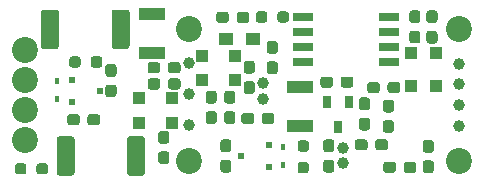
<source format=gbr>
%TF.GenerationSoftware,KiCad,Pcbnew,(5.1.9)-1*%
%TF.CreationDate,2021-08-27T14:21:39+03:00*%
%TF.ProjectId,Spina_SSM3J351,5370696e-615f-4535-934d-334a3335312e,rev?*%
%TF.SameCoordinates,Original*%
%TF.FileFunction,Soldermask,Top*%
%TF.FilePolarity,Negative*%
%FSLAX46Y46*%
G04 Gerber Fmt 4.6, Leading zero omitted, Abs format (unit mm)*
G04 Created by KiCad (PCBNEW (5.1.9)-1) date 2021-08-27 14:21:39*
%MOMM*%
%LPD*%
G01*
G04 APERTURE LIST*
%ADD10R,2.200000X1.100000*%
%ADD11R,0.650000X1.100000*%
%ADD12R,1.150000X1.000000*%
%ADD13R,0.575000X0.620000*%
%ADD14R,1.000000X1.000000*%
%ADD15R,0.420000X0.550000*%
%ADD16R,1.750000X0.650000*%
%ADD17C,2.200000*%
%ADD18C,1.000000*%
G04 APERTURE END LIST*
D10*
%TO.C,C1*%
X71424800Y-114503200D03*
X71424800Y-117803200D03*
%TD*%
%TO.C,C2*%
X83947000Y-123951000D03*
X83947000Y-120651000D03*
%TD*%
%TO.C,C3*%
G36*
G01*
X68207900Y-121543100D02*
X67732900Y-121543100D01*
G75*
G02*
X67495400Y-121305600I0J237500D01*
G01*
X67495400Y-120705600D01*
G75*
G02*
X67732900Y-120468100I237500J0D01*
G01*
X68207900Y-120468100D01*
G75*
G02*
X68445400Y-120705600I0J-237500D01*
G01*
X68445400Y-121305600D01*
G75*
G02*
X68207900Y-121543100I-237500J0D01*
G01*
G37*
G36*
G01*
X68207900Y-119818100D02*
X67732900Y-119818100D01*
G75*
G02*
X67495400Y-119580600I0J237500D01*
G01*
X67495400Y-118980600D01*
G75*
G02*
X67732900Y-118743100I237500J0D01*
G01*
X68207900Y-118743100D01*
G75*
G02*
X68445400Y-118980600I0J-237500D01*
G01*
X68445400Y-119580600D01*
G75*
G02*
X68207900Y-119818100I-237500J0D01*
G01*
G37*
%TD*%
%TO.C,C4*%
G36*
G01*
X89670900Y-124362500D02*
X89195900Y-124362500D01*
G75*
G02*
X88958400Y-124125000I0J237500D01*
G01*
X88958400Y-123525000D01*
G75*
G02*
X89195900Y-123287500I237500J0D01*
G01*
X89670900Y-123287500D01*
G75*
G02*
X89908400Y-123525000I0J-237500D01*
G01*
X89908400Y-124125000D01*
G75*
G02*
X89670900Y-124362500I-237500J0D01*
G01*
G37*
G36*
G01*
X89670900Y-122637500D02*
X89195900Y-122637500D01*
G75*
G02*
X88958400Y-122400000I0J237500D01*
G01*
X88958400Y-121800000D01*
G75*
G02*
X89195900Y-121562500I237500J0D01*
G01*
X89670900Y-121562500D01*
G75*
G02*
X89908400Y-121800000I0J-237500D01*
G01*
X89908400Y-122400000D01*
G75*
G02*
X89670900Y-122637500I-237500J0D01*
G01*
G37*
%TD*%
%TO.C,C5*%
G36*
G01*
X77936100Y-127918500D02*
X77461100Y-127918500D01*
G75*
G02*
X77223600Y-127681000I0J237500D01*
G01*
X77223600Y-127081000D01*
G75*
G02*
X77461100Y-126843500I237500J0D01*
G01*
X77936100Y-126843500D01*
G75*
G02*
X78173600Y-127081000I0J-237500D01*
G01*
X78173600Y-127681000D01*
G75*
G02*
X77936100Y-127918500I-237500J0D01*
G01*
G37*
G36*
G01*
X77936100Y-126193500D02*
X77461100Y-126193500D01*
G75*
G02*
X77223600Y-125956000I0J237500D01*
G01*
X77223600Y-125356000D01*
G75*
G02*
X77461100Y-125118500I237500J0D01*
G01*
X77936100Y-125118500D01*
G75*
G02*
X78173600Y-125356000I0J-237500D01*
G01*
X78173600Y-125956000D01*
G75*
G02*
X77936100Y-126193500I-237500J0D01*
G01*
G37*
%TD*%
%TO.C,C6*%
G36*
G01*
X87421600Y-120506500D02*
X87421600Y-120031500D01*
G75*
G02*
X87659100Y-119794000I237500J0D01*
G01*
X88259100Y-119794000D01*
G75*
G02*
X88496600Y-120031500I0J-237500D01*
G01*
X88496600Y-120506500D01*
G75*
G02*
X88259100Y-120744000I-237500J0D01*
G01*
X87659100Y-120744000D01*
G75*
G02*
X87421600Y-120506500I0J237500D01*
G01*
G37*
G36*
G01*
X85696600Y-120506500D02*
X85696600Y-120031500D01*
G75*
G02*
X85934100Y-119794000I237500J0D01*
G01*
X86534100Y-119794000D01*
G75*
G02*
X86771600Y-120031500I0J-237500D01*
G01*
X86771600Y-120506500D01*
G75*
G02*
X86534100Y-120744000I-237500J0D01*
G01*
X85934100Y-120744000D01*
G75*
G02*
X85696600Y-120506500I0J237500D01*
G01*
G37*
%TD*%
%TO.C,C7*%
G36*
G01*
X65982900Y-123681500D02*
X65982900Y-123206500D01*
G75*
G02*
X66220400Y-122969000I237500J0D01*
G01*
X66820400Y-122969000D01*
G75*
G02*
X67057900Y-123206500I0J-237500D01*
G01*
X67057900Y-123681500D01*
G75*
G02*
X66820400Y-123919000I-237500J0D01*
G01*
X66220400Y-123919000D01*
G75*
G02*
X65982900Y-123681500I0J237500D01*
G01*
G37*
G36*
G01*
X64257900Y-123681500D02*
X64257900Y-123206500D01*
G75*
G02*
X64495400Y-122969000I237500J0D01*
G01*
X65095400Y-122969000D01*
G75*
G02*
X65332900Y-123206500I0J-237500D01*
G01*
X65332900Y-123681500D01*
G75*
G02*
X65095400Y-123919000I-237500J0D01*
G01*
X64495400Y-123919000D01*
G75*
G02*
X64257900Y-123681500I0J237500D01*
G01*
G37*
%TD*%
%TO.C,C8*%
G36*
G01*
X95385900Y-116996500D02*
X94910900Y-116996500D01*
G75*
G02*
X94673400Y-116759000I0J237500D01*
G01*
X94673400Y-116159000D01*
G75*
G02*
X94910900Y-115921500I237500J0D01*
G01*
X95385900Y-115921500D01*
G75*
G02*
X95623400Y-116159000I0J-237500D01*
G01*
X95623400Y-116759000D01*
G75*
G02*
X95385900Y-116996500I-237500J0D01*
G01*
G37*
G36*
G01*
X95385900Y-115271500D02*
X94910900Y-115271500D01*
G75*
G02*
X94673400Y-115034000I0J237500D01*
G01*
X94673400Y-114434000D01*
G75*
G02*
X94910900Y-114196500I237500J0D01*
G01*
X95385900Y-114196500D01*
G75*
G02*
X95623400Y-114434000I0J-237500D01*
G01*
X95623400Y-115034000D01*
G75*
G02*
X95385900Y-115271500I-237500J0D01*
G01*
G37*
%TD*%
%TO.C,C9*%
G36*
G01*
X71067300Y-120658900D02*
X71067300Y-120183900D01*
G75*
G02*
X71304800Y-119946400I237500J0D01*
G01*
X71904800Y-119946400D01*
G75*
G02*
X72142300Y-120183900I0J-237500D01*
G01*
X72142300Y-120658900D01*
G75*
G02*
X71904800Y-120896400I-237500J0D01*
G01*
X71304800Y-120896400D01*
G75*
G02*
X71067300Y-120658900I0J237500D01*
G01*
G37*
G36*
G01*
X72792300Y-120658900D02*
X72792300Y-120183900D01*
G75*
G02*
X73029800Y-119946400I237500J0D01*
G01*
X73629800Y-119946400D01*
G75*
G02*
X73867300Y-120183900I0J-237500D01*
G01*
X73867300Y-120658900D01*
G75*
G02*
X73629800Y-120896400I-237500J0D01*
G01*
X73029800Y-120896400D01*
G75*
G02*
X72792300Y-120658900I0J237500D01*
G01*
G37*
%TD*%
%TO.C,C10*%
G36*
G01*
X72203300Y-126130100D02*
X72678300Y-126130100D01*
G75*
G02*
X72915800Y-126367600I0J-237500D01*
G01*
X72915800Y-126967600D01*
G75*
G02*
X72678300Y-127205100I-237500J0D01*
G01*
X72203300Y-127205100D01*
G75*
G02*
X71965800Y-126967600I0J237500D01*
G01*
X71965800Y-126367600D01*
G75*
G02*
X72203300Y-126130100I237500J0D01*
G01*
G37*
G36*
G01*
X72203300Y-124405100D02*
X72678300Y-124405100D01*
G75*
G02*
X72915800Y-124642600I0J-237500D01*
G01*
X72915800Y-125242600D01*
G75*
G02*
X72678300Y-125480100I-237500J0D01*
G01*
X72203300Y-125480100D01*
G75*
G02*
X71965800Y-125242600I0J237500D01*
G01*
X71965800Y-124642600D01*
G75*
G02*
X72203300Y-124405100I237500J0D01*
G01*
G37*
%TD*%
%TO.C,C11*%
G36*
G01*
X93463100Y-115919300D02*
X93938100Y-115919300D01*
G75*
G02*
X94175600Y-116156800I0J-237500D01*
G01*
X94175600Y-116756800D01*
G75*
G02*
X93938100Y-116994300I-237500J0D01*
G01*
X93463100Y-116994300D01*
G75*
G02*
X93225600Y-116756800I0J237500D01*
G01*
X93225600Y-116156800D01*
G75*
G02*
X93463100Y-115919300I237500J0D01*
G01*
G37*
G36*
G01*
X93463100Y-114194300D02*
X93938100Y-114194300D01*
G75*
G02*
X94175600Y-114431800I0J-237500D01*
G01*
X94175600Y-115031800D01*
G75*
G02*
X93938100Y-115269300I-237500J0D01*
G01*
X93463100Y-115269300D01*
G75*
G02*
X93225600Y-115031800I0J237500D01*
G01*
X93225600Y-114431800D01*
G75*
G02*
X93463100Y-114194300I237500J0D01*
G01*
G37*
%TD*%
%TO.C,C12*%
G36*
G01*
X91227900Y-121765700D02*
X91702900Y-121765700D01*
G75*
G02*
X91940400Y-122003200I0J-237500D01*
G01*
X91940400Y-122603200D01*
G75*
G02*
X91702900Y-122840700I-237500J0D01*
G01*
X91227900Y-122840700D01*
G75*
G02*
X90990400Y-122603200I0J237500D01*
G01*
X90990400Y-122003200D01*
G75*
G02*
X91227900Y-121765700I237500J0D01*
G01*
G37*
G36*
G01*
X91227900Y-123490700D02*
X91702900Y-123490700D01*
G75*
G02*
X91940400Y-123728200I0J-237500D01*
G01*
X91940400Y-124328200D01*
G75*
G02*
X91702900Y-124565700I-237500J0D01*
G01*
X91227900Y-124565700D01*
G75*
G02*
X90990400Y-124328200I0J237500D01*
G01*
X90990400Y-123728200D01*
G75*
G02*
X91227900Y-123490700I237500J0D01*
G01*
G37*
%TD*%
%TO.C,C13*%
G36*
G01*
X78608900Y-115020100D02*
X78608900Y-114545100D01*
G75*
G02*
X78846400Y-114307600I237500J0D01*
G01*
X79446400Y-114307600D01*
G75*
G02*
X79683900Y-114545100I0J-237500D01*
G01*
X79683900Y-115020100D01*
G75*
G02*
X79446400Y-115257600I-237500J0D01*
G01*
X78846400Y-115257600D01*
G75*
G02*
X78608900Y-115020100I0J237500D01*
G01*
G37*
G36*
G01*
X76883900Y-115020100D02*
X76883900Y-114545100D01*
G75*
G02*
X77121400Y-114307600I237500J0D01*
G01*
X77721400Y-114307600D01*
G75*
G02*
X77958900Y-114545100I0J-237500D01*
G01*
X77958900Y-115020100D01*
G75*
G02*
X77721400Y-115257600I-237500J0D01*
G01*
X77121400Y-115257600D01*
G75*
G02*
X76883900Y-115020100I0J237500D01*
G01*
G37*
%TD*%
%TO.C,C14*%
G36*
G01*
X71067300Y-119287300D02*
X71067300Y-118812300D01*
G75*
G02*
X71304800Y-118574800I237500J0D01*
G01*
X71904800Y-118574800D01*
G75*
G02*
X72142300Y-118812300I0J-237500D01*
G01*
X72142300Y-119287300D01*
G75*
G02*
X71904800Y-119524800I-237500J0D01*
G01*
X71304800Y-119524800D01*
G75*
G02*
X71067300Y-119287300I0J237500D01*
G01*
G37*
G36*
G01*
X72792300Y-119287300D02*
X72792300Y-118812300D01*
G75*
G02*
X73029800Y-118574800I237500J0D01*
G01*
X73629800Y-118574800D01*
G75*
G02*
X73867300Y-118812300I0J-237500D01*
G01*
X73867300Y-119287300D01*
G75*
G02*
X73629800Y-119524800I-237500J0D01*
G01*
X73029800Y-119524800D01*
G75*
G02*
X72792300Y-119287300I0J237500D01*
G01*
G37*
%TD*%
%TO.C,C15*%
G36*
G01*
X76216500Y-122728700D02*
X76691500Y-122728700D01*
G75*
G02*
X76929000Y-122966200I0J-237500D01*
G01*
X76929000Y-123566200D01*
G75*
G02*
X76691500Y-123803700I-237500J0D01*
G01*
X76216500Y-123803700D01*
G75*
G02*
X75979000Y-123566200I0J237500D01*
G01*
X75979000Y-122966200D01*
G75*
G02*
X76216500Y-122728700I237500J0D01*
G01*
G37*
G36*
G01*
X76216500Y-121003700D02*
X76691500Y-121003700D01*
G75*
G02*
X76929000Y-121241200I0J-237500D01*
G01*
X76929000Y-121841200D01*
G75*
G02*
X76691500Y-122078700I-237500J0D01*
G01*
X76216500Y-122078700D01*
G75*
G02*
X75979000Y-121841200I0J237500D01*
G01*
X75979000Y-121241200D01*
G75*
G02*
X76216500Y-121003700I237500J0D01*
G01*
G37*
%TD*%
%TO.C,C16*%
G36*
G01*
X95081100Y-126244300D02*
X94606100Y-126244300D01*
G75*
G02*
X94368600Y-126006800I0J237500D01*
G01*
X94368600Y-125406800D01*
G75*
G02*
X94606100Y-125169300I237500J0D01*
G01*
X95081100Y-125169300D01*
G75*
G02*
X95318600Y-125406800I0J-237500D01*
G01*
X95318600Y-126006800D01*
G75*
G02*
X95081100Y-126244300I-237500J0D01*
G01*
G37*
G36*
G01*
X95081100Y-127969300D02*
X94606100Y-127969300D01*
G75*
G02*
X94368600Y-127731800I0J237500D01*
G01*
X94368600Y-127131800D01*
G75*
G02*
X94606100Y-126894300I237500J0D01*
G01*
X95081100Y-126894300D01*
G75*
G02*
X95318600Y-127131800I0J-237500D01*
G01*
X95318600Y-127731800D01*
G75*
G02*
X95081100Y-127969300I-237500J0D01*
G01*
G37*
%TD*%
%TO.C,C17*%
G36*
G01*
X92460100Y-120488700D02*
X92460100Y-120963700D01*
G75*
G02*
X92222600Y-121201200I-237500J0D01*
G01*
X91622600Y-121201200D01*
G75*
G02*
X91385100Y-120963700I0J237500D01*
G01*
X91385100Y-120488700D01*
G75*
G02*
X91622600Y-120251200I237500J0D01*
G01*
X92222600Y-120251200D01*
G75*
G02*
X92460100Y-120488700I0J-237500D01*
G01*
G37*
G36*
G01*
X90735100Y-120488700D02*
X90735100Y-120963700D01*
G75*
G02*
X90497600Y-121201200I-237500J0D01*
G01*
X89897600Y-121201200D01*
G75*
G02*
X89660100Y-120963700I0J237500D01*
G01*
X89660100Y-120488700D01*
G75*
G02*
X89897600Y-120251200I237500J0D01*
G01*
X90497600Y-120251200D01*
G75*
G02*
X90735100Y-120488700I0J-237500D01*
G01*
G37*
%TD*%
%TO.C,C18*%
G36*
G01*
X81817500Y-123104900D02*
X81817500Y-123579900D01*
G75*
G02*
X81580000Y-123817400I-237500J0D01*
G01*
X80980000Y-123817400D01*
G75*
G02*
X80742500Y-123579900I0J237500D01*
G01*
X80742500Y-123104900D01*
G75*
G02*
X80980000Y-122867400I237500J0D01*
G01*
X81580000Y-122867400D01*
G75*
G02*
X81817500Y-123104900I0J-237500D01*
G01*
G37*
G36*
G01*
X80092500Y-123104900D02*
X80092500Y-123579900D01*
G75*
G02*
X79855000Y-123817400I-237500J0D01*
G01*
X79255000Y-123817400D01*
G75*
G02*
X79017500Y-123579900I0J237500D01*
G01*
X79017500Y-123104900D01*
G75*
G02*
X79255000Y-122867400I237500J0D01*
G01*
X79855000Y-122867400D01*
G75*
G02*
X80092500Y-123104900I0J-237500D01*
G01*
G37*
%TD*%
%TO.C,C19*%
G36*
G01*
X81398100Y-116787300D02*
X81873100Y-116787300D01*
G75*
G02*
X82110600Y-117024800I0J-237500D01*
G01*
X82110600Y-117624800D01*
G75*
G02*
X81873100Y-117862300I-237500J0D01*
G01*
X81398100Y-117862300D01*
G75*
G02*
X81160600Y-117624800I0J237500D01*
G01*
X81160600Y-117024800D01*
G75*
G02*
X81398100Y-116787300I237500J0D01*
G01*
G37*
G36*
G01*
X81398100Y-118512300D02*
X81873100Y-118512300D01*
G75*
G02*
X82110600Y-118749800I0J-237500D01*
G01*
X82110600Y-119349800D01*
G75*
G02*
X81873100Y-119587300I-237500J0D01*
G01*
X81398100Y-119587300D01*
G75*
G02*
X81160600Y-119349800I0J237500D01*
G01*
X81160600Y-118749800D01*
G75*
G02*
X81398100Y-118512300I237500J0D01*
G01*
G37*
%TD*%
%TO.C,C20*%
G36*
G01*
X77791300Y-122728700D02*
X78266300Y-122728700D01*
G75*
G02*
X78503800Y-122966200I0J-237500D01*
G01*
X78503800Y-123566200D01*
G75*
G02*
X78266300Y-123803700I-237500J0D01*
G01*
X77791300Y-123803700D01*
G75*
G02*
X77553800Y-123566200I0J237500D01*
G01*
X77553800Y-122966200D01*
G75*
G02*
X77791300Y-122728700I237500J0D01*
G01*
G37*
G36*
G01*
X77791300Y-121003700D02*
X78266300Y-121003700D01*
G75*
G02*
X78503800Y-121241200I0J-237500D01*
G01*
X78503800Y-121841200D01*
G75*
G02*
X78266300Y-122078700I-237500J0D01*
G01*
X77791300Y-122078700D01*
G75*
G02*
X77553800Y-121841200I0J237500D01*
G01*
X77553800Y-121241200D01*
G75*
G02*
X77791300Y-121003700I237500J0D01*
G01*
G37*
%TD*%
%TO.C,C21*%
G36*
G01*
X92106700Y-127245100D02*
X92106700Y-127720100D01*
G75*
G02*
X91869200Y-127957600I-237500J0D01*
G01*
X91269200Y-127957600D01*
G75*
G02*
X91031700Y-127720100I0J237500D01*
G01*
X91031700Y-127245100D01*
G75*
G02*
X91269200Y-127007600I237500J0D01*
G01*
X91869200Y-127007600D01*
G75*
G02*
X92106700Y-127245100I0J-237500D01*
G01*
G37*
G36*
G01*
X93831700Y-127245100D02*
X93831700Y-127720100D01*
G75*
G02*
X93594200Y-127957600I-237500J0D01*
G01*
X92994200Y-127957600D01*
G75*
G02*
X92756700Y-127720100I0J237500D01*
G01*
X92756700Y-127245100D01*
G75*
G02*
X92994200Y-127007600I237500J0D01*
G01*
X93594200Y-127007600D01*
G75*
G02*
X93831700Y-127245100I0J-237500D01*
G01*
G37*
%TD*%
%TO.C,C22*%
G36*
G01*
X88618700Y-125815100D02*
X88618700Y-125340100D01*
G75*
G02*
X88856200Y-125102600I237500J0D01*
G01*
X89456200Y-125102600D01*
G75*
G02*
X89693700Y-125340100I0J-237500D01*
G01*
X89693700Y-125815100D01*
G75*
G02*
X89456200Y-126052600I-237500J0D01*
G01*
X88856200Y-126052600D01*
G75*
G02*
X88618700Y-125815100I0J237500D01*
G01*
G37*
G36*
G01*
X90343700Y-125815100D02*
X90343700Y-125340100D01*
G75*
G02*
X90581200Y-125102600I237500J0D01*
G01*
X91181200Y-125102600D01*
G75*
G02*
X91418700Y-125340100I0J-237500D01*
G01*
X91418700Y-125815100D01*
G75*
G02*
X91181200Y-126052600I-237500J0D01*
G01*
X90581200Y-126052600D01*
G75*
G02*
X90343700Y-125815100I0J237500D01*
G01*
G37*
%TD*%
%TO.C,C23*%
G36*
G01*
X79442300Y-120188700D02*
X79917300Y-120188700D01*
G75*
G02*
X80154800Y-120426200I0J-237500D01*
G01*
X80154800Y-121026200D01*
G75*
G02*
X79917300Y-121263700I-237500J0D01*
G01*
X79442300Y-121263700D01*
G75*
G02*
X79204800Y-121026200I0J237500D01*
G01*
X79204800Y-120426200D01*
G75*
G02*
X79442300Y-120188700I237500J0D01*
G01*
G37*
G36*
G01*
X79442300Y-118463700D02*
X79917300Y-118463700D01*
G75*
G02*
X80154800Y-118701200I0J-237500D01*
G01*
X80154800Y-119301200D01*
G75*
G02*
X79917300Y-119538700I-237500J0D01*
G01*
X79442300Y-119538700D01*
G75*
G02*
X79204800Y-119301200I0J237500D01*
G01*
X79204800Y-118701200D01*
G75*
G02*
X79442300Y-118463700I237500J0D01*
G01*
G37*
%TD*%
%TO.C,C24*%
G36*
G01*
X86648300Y-126193500D02*
X86173300Y-126193500D01*
G75*
G02*
X85935800Y-125956000I0J237500D01*
G01*
X85935800Y-125356000D01*
G75*
G02*
X86173300Y-125118500I237500J0D01*
G01*
X86648300Y-125118500D01*
G75*
G02*
X86885800Y-125356000I0J-237500D01*
G01*
X86885800Y-125956000D01*
G75*
G02*
X86648300Y-126193500I-237500J0D01*
G01*
G37*
G36*
G01*
X86648300Y-127918500D02*
X86173300Y-127918500D01*
G75*
G02*
X85935800Y-127681000I0J237500D01*
G01*
X85935800Y-127081000D01*
G75*
G02*
X86173300Y-126843500I237500J0D01*
G01*
X86648300Y-126843500D01*
G75*
G02*
X86885800Y-127081000I0J-237500D01*
G01*
X86885800Y-127681000D01*
G75*
G02*
X86648300Y-127918500I-237500J0D01*
G01*
G37*
%TD*%
D11*
%TO.C,IC1*%
X88158200Y-121936800D03*
X86238200Y-121936800D03*
X87198200Y-124036800D03*
%TD*%
D12*
%TO.C,L3*%
X80035400Y-116611400D03*
X77685400Y-116611400D03*
%TD*%
D13*
%TO.C,Q1*%
X64643000Y-120055600D03*
X64643000Y-121955600D03*
X67019000Y-121005600D03*
%TD*%
%TO.C,Q2*%
X78999800Y-126517400D03*
X81375800Y-125567400D03*
X81375800Y-127467400D03*
%TD*%
%TO.C,R1*%
G36*
G01*
X66263700Y-118804700D02*
X66263700Y-118329700D01*
G75*
G02*
X66501200Y-118092200I237500J0D01*
G01*
X67001200Y-118092200D01*
G75*
G02*
X67238700Y-118329700I0J-237500D01*
G01*
X67238700Y-118804700D01*
G75*
G02*
X67001200Y-119042200I-237500J0D01*
G01*
X66501200Y-119042200D01*
G75*
G02*
X66263700Y-118804700I0J237500D01*
G01*
G37*
G36*
G01*
X64438700Y-118804700D02*
X64438700Y-118329700D01*
G75*
G02*
X64676200Y-118092200I237500J0D01*
G01*
X65176200Y-118092200D01*
G75*
G02*
X65413700Y-118329700I0J-237500D01*
G01*
X65413700Y-118804700D01*
G75*
G02*
X65176200Y-119042200I-237500J0D01*
G01*
X64676200Y-119042200D01*
G75*
G02*
X64438700Y-118804700I0J237500D01*
G01*
G37*
%TD*%
%TO.C,R2*%
G36*
G01*
X84489300Y-126170500D02*
X84014300Y-126170500D01*
G75*
G02*
X83776800Y-125933000I0J237500D01*
G01*
X83776800Y-125433000D01*
G75*
G02*
X84014300Y-125195500I237500J0D01*
G01*
X84489300Y-125195500D01*
G75*
G02*
X84726800Y-125433000I0J-237500D01*
G01*
X84726800Y-125933000D01*
G75*
G02*
X84489300Y-126170500I-237500J0D01*
G01*
G37*
G36*
G01*
X84489300Y-127995500D02*
X84014300Y-127995500D01*
G75*
G02*
X83776800Y-127758000I0J237500D01*
G01*
X83776800Y-127258000D01*
G75*
G02*
X84014300Y-127020500I237500J0D01*
G01*
X84489300Y-127020500D01*
G75*
G02*
X84726800Y-127258000I0J-237500D01*
G01*
X84726800Y-127758000D01*
G75*
G02*
X84489300Y-127995500I-237500J0D01*
G01*
G37*
%TD*%
%TO.C,R3*%
G36*
G01*
X83037500Y-114519700D02*
X83037500Y-114994700D01*
G75*
G02*
X82800000Y-115232200I-237500J0D01*
G01*
X82300000Y-115232200D01*
G75*
G02*
X82062500Y-114994700I0J237500D01*
G01*
X82062500Y-114519700D01*
G75*
G02*
X82300000Y-114282200I237500J0D01*
G01*
X82800000Y-114282200D01*
G75*
G02*
X83037500Y-114519700I0J-237500D01*
G01*
G37*
G36*
G01*
X81212500Y-114519700D02*
X81212500Y-114994700D01*
G75*
G02*
X80975000Y-115232200I-237500J0D01*
G01*
X80475000Y-115232200D01*
G75*
G02*
X80237500Y-114994700I0J237500D01*
G01*
X80237500Y-114519700D01*
G75*
G02*
X80475000Y-114282200I237500J0D01*
G01*
X80975000Y-114282200D01*
G75*
G02*
X81212500Y-114519700I0J-237500D01*
G01*
G37*
%TD*%
%TO.C,R4*%
G36*
G01*
X62641300Y-127372100D02*
X62641300Y-127847100D01*
G75*
G02*
X62403800Y-128084600I-237500J0D01*
G01*
X61903800Y-128084600D01*
G75*
G02*
X61666300Y-127847100I0J237500D01*
G01*
X61666300Y-127372100D01*
G75*
G02*
X61903800Y-127134600I237500J0D01*
G01*
X62403800Y-127134600D01*
G75*
G02*
X62641300Y-127372100I0J-237500D01*
G01*
G37*
G36*
G01*
X60816300Y-127372100D02*
X60816300Y-127847100D01*
G75*
G02*
X60578800Y-128084600I-237500J0D01*
G01*
X60078800Y-128084600D01*
G75*
G02*
X59841300Y-127847100I0J237500D01*
G01*
X59841300Y-127372100D01*
G75*
G02*
X60078800Y-127134600I237500J0D01*
G01*
X60578800Y-127134600D01*
G75*
G02*
X60816300Y-127372100I0J-237500D01*
G01*
G37*
%TD*%
D14*
%TO.C,Tr1*%
X73152000Y-123689800D03*
X73152000Y-121589800D03*
X70352000Y-123689800D03*
X70352000Y-121589800D03*
%TD*%
%TO.C,Tr2*%
X95504000Y-117783000D03*
X93404000Y-117783000D03*
X95504000Y-120583000D03*
X93404000Y-120583000D03*
%TD*%
%TO.C,Tr3*%
X75660600Y-118016600D03*
X75660600Y-120116600D03*
X78460600Y-118016600D03*
X78460600Y-120116600D03*
%TD*%
D15*
%TO.C,Z1*%
X63398400Y-121691400D03*
X63398400Y-120141400D03*
%TD*%
%TO.C,Z2*%
X82575400Y-127267000D03*
X82575400Y-125717000D03*
%TD*%
D16*
%TO.C,IC2*%
X91509000Y-118541800D03*
X91509000Y-117271800D03*
X91509000Y-116001800D03*
X91509000Y-114731800D03*
X84259000Y-114731800D03*
X84259000Y-116001800D03*
X84259000Y-117271800D03*
X84259000Y-118541800D03*
%TD*%
%TO.C,L1*%
G36*
G01*
X68020700Y-117223601D02*
X68020700Y-114373599D01*
G75*
G02*
X68270699Y-114123600I249999J0D01*
G01*
X69295701Y-114123600D01*
G75*
G02*
X69545700Y-114373599I0J-249999D01*
G01*
X69545700Y-117223601D01*
G75*
G02*
X69295701Y-117473600I-249999J0D01*
G01*
X68270699Y-117473600D01*
G75*
G02*
X68020700Y-117223601I0J249999D01*
G01*
G37*
G36*
G01*
X62045700Y-117223601D02*
X62045700Y-114373599D01*
G75*
G02*
X62295699Y-114123600I249999J0D01*
G01*
X63320701Y-114123600D01*
G75*
G02*
X63570700Y-114373599I0J-249999D01*
G01*
X63570700Y-117223601D01*
G75*
G02*
X63320701Y-117473600I-249999J0D01*
G01*
X62295699Y-117473600D01*
G75*
G02*
X62045700Y-117223601I0J249999D01*
G01*
G37*
%TD*%
%TO.C,L2*%
G36*
G01*
X63366500Y-127942401D02*
X63366500Y-125092399D01*
G75*
G02*
X63616499Y-124842400I249999J0D01*
G01*
X64641501Y-124842400D01*
G75*
G02*
X64891500Y-125092399I0J-249999D01*
G01*
X64891500Y-127942401D01*
G75*
G02*
X64641501Y-128192400I-249999J0D01*
G01*
X63616499Y-128192400D01*
G75*
G02*
X63366500Y-127942401I0J249999D01*
G01*
G37*
G36*
G01*
X69341500Y-127942401D02*
X69341500Y-125092399D01*
G75*
G02*
X69591499Y-124842400I249999J0D01*
G01*
X70616501Y-124842400D01*
G75*
G02*
X70866500Y-125092399I0J-249999D01*
G01*
X70866500Y-127942401D01*
G75*
G02*
X70616501Y-128192400I-249999J0D01*
G01*
X69591499Y-128192400D01*
G75*
G02*
X69341500Y-127942401I0J249999D01*
G01*
G37*
%TD*%
D17*
%TO.C,J1*%
X60706000Y-117576600D03*
%TD*%
%TO.C,J2*%
X60706000Y-120126000D03*
%TD*%
%TO.C,J3*%
X60706000Y-122666000D03*
%TD*%
%TO.C,J4*%
X60731400Y-125206000D03*
%TD*%
D18*
%TO.C,J5*%
X74574400Y-121259400D03*
%TD*%
%TO.C,J6*%
X97434400Y-120446800D03*
%TD*%
%TO.C,J7*%
X74574400Y-123901200D03*
%TD*%
%TO.C,J8*%
X97434400Y-118719600D03*
%TD*%
%TO.C,J9*%
X97434400Y-122199400D03*
%TD*%
%TO.C,J10*%
X74574400Y-118643200D03*
%TD*%
%TO.C,J11*%
X97434400Y-123952000D03*
%TD*%
%TO.C,J12*%
X80848200Y-120319800D03*
%TD*%
%TO.C,J13*%
X80848200Y-121666000D03*
%TD*%
%TO.C,J14*%
X87629800Y-127152400D03*
%TD*%
%TO.C,J15*%
X87630000Y-125806200D03*
%TD*%
D17*
%TO.C,J16*%
X74574400Y-115782600D03*
%TD*%
%TO.C,J17*%
X74549000Y-126935000D03*
%TD*%
%TO.C,J18*%
X97434400Y-126960400D03*
%TD*%
%TO.C,J19*%
X97434400Y-115782600D03*
%TD*%
M02*

</source>
